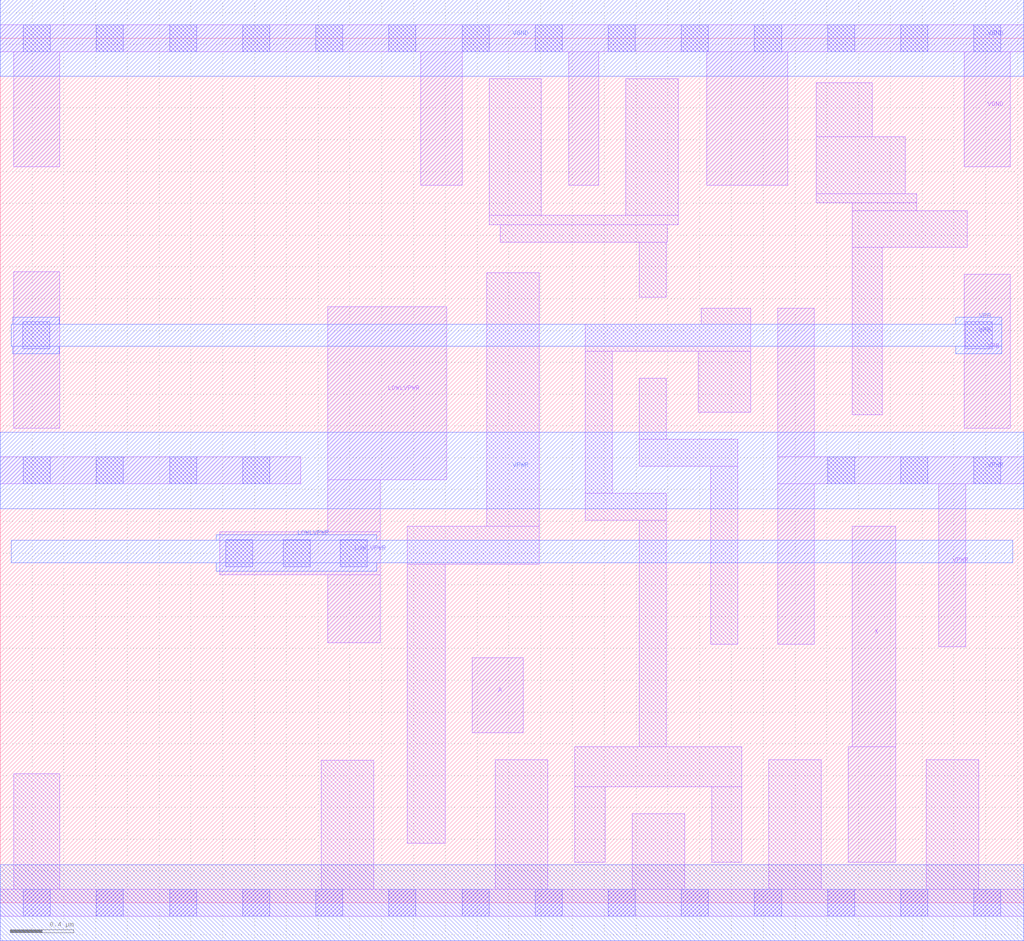
<source format=lef>
# Copyright 2020 The SkyWater PDK Authors
#
# Licensed under the Apache License, Version 2.0 (the "License");
# you may not use this file except in compliance with the License.
# You may obtain a copy of the License at
#
#     https://www.apache.org/licenses/LICENSE-2.0
#
# Unless required by applicable law or agreed to in writing, software
# distributed under the License is distributed on an "AS IS" BASIS,
# WITHOUT WARRANTIES OR CONDITIONS OF ANY KIND, either express or implied.
# See the License for the specific language governing permissions and
# limitations under the License.
#
# SPDX-License-Identifier: Apache-2.0

VERSION 5.7 ;
  NAMESCASESENSITIVE ON ;
  NOWIREEXTENSIONATPIN ON ;
  DIVIDERCHAR "/" ;
  BUSBITCHARS "[]" ;
UNITS
  DATABASE MICRONS 200 ;
END UNITS
MACRO sky130_fd_sc_hd__lpflow_lsbuf_lh_isowell_tap_2
  CLASS CORE ;
  SOURCE USER ;
  FOREIGN sky130_fd_sc_hd__lpflow_lsbuf_lh_isowell_tap_2 ;
  ORIGIN  0.000000  0.000000 ;
  SIZE  6.440000 BY  5.440000 ;
  SYMMETRY X Y R90 ;
  SITE unithd ;
  PIN A
    ANTENNAGATEAREA  0.603000 ;
    DIRECTION INPUT ;
    USE SIGNAL ;
    PORT
      LAYER li1 ;
        RECT 2.970000 1.070000 3.290000 1.540000 ;
    END
  END A
  PIN VPB
    ANTENNADIFFAREA  0.297500 ;
    PORT
      LAYER li1 ;
        RECT 0.085000 2.985000 0.375000 3.970000 ;
        RECT 6.065000 2.985000 6.355000 3.955000 ;
      LAYER mcon ;
        RECT 0.140000 3.485000 0.310000 3.655000 ;
        RECT 6.070000 3.485000 6.240000 3.655000 ;
      LAYER met1 ;
        RECT 0.070000 3.500000 6.300000 3.640000 ;
        RECT 0.080000 3.455000 0.370000 3.500000 ;
        RECT 0.080000 3.640000 0.370000 3.685000 ;
        RECT 6.010000 3.455000 6.300000 3.500000 ;
        RECT 6.010000 3.640000 6.300000 3.685000 ;
    END
  END VPB
  PIN X
    ANTENNADIFFAREA  0.610500 ;
    DIRECTION OUTPUT ;
    USE SIGNAL ;
    PORT
      LAYER li1 ;
        RECT 5.335000 0.255000 5.635000 0.980000 ;
        RECT 5.360000 0.980000 5.635000 2.370000 ;
    END
  END X
  PIN LOWLVPWR
    DIRECTION INOUT ;
    SHAPE ABUTMENT ;
    USE POWER ;
    PORT
      LAYER li1 ;
        RECT 1.380000 2.065000 2.390000 2.335000 ;
        RECT 2.060000 1.635000 2.390000 2.065000 ;
        RECT 2.060000 2.335000 2.390000 2.660000 ;
        RECT 2.060000 2.660000 2.810000 3.750000 ;
      LAYER mcon ;
        RECT 1.420000 2.115000 1.590000 2.285000 ;
        RECT 1.780000 2.115000 1.950000 2.285000 ;
        RECT 2.140000 2.115000 2.310000 2.285000 ;
      LAYER met1 ;
        RECT 0.070000 2.140000 6.370000 2.280000 ;
        RECT 1.360000 2.085000 2.370000 2.140000 ;
        RECT 1.360000 2.280000 2.370000 2.315000 ;
    END
  END LOWLVPWR
  PIN VGND
    DIRECTION INOUT ;
    SHAPE ABUTMENT ;
    USE GROUND ;
    PORT
      LAYER li1 ;
        RECT 0.000000 5.355000 6.440000 5.525000 ;
        RECT 0.085000 4.630000 0.375000 5.355000 ;
        RECT 2.645000 4.515000 2.905000 5.355000 ;
        RECT 3.575000 4.515000 3.765000 5.355000 ;
        RECT 4.445000 4.515000 4.955000 5.355000 ;
        RECT 6.065000 4.630000 6.355000 5.355000 ;
      LAYER mcon ;
        RECT 0.145000 5.355000 0.315000 5.525000 ;
        RECT 0.605000 5.355000 0.775000 5.525000 ;
        RECT 1.065000 5.355000 1.235000 5.525000 ;
        RECT 1.525000 5.355000 1.695000 5.525000 ;
        RECT 1.985000 5.355000 2.155000 5.525000 ;
        RECT 2.445000 5.355000 2.615000 5.525000 ;
        RECT 2.905000 5.355000 3.075000 5.525000 ;
        RECT 3.365000 5.355000 3.535000 5.525000 ;
        RECT 3.825000 5.355000 3.995000 5.525000 ;
        RECT 4.285000 5.355000 4.455000 5.525000 ;
        RECT 4.745000 5.355000 4.915000 5.525000 ;
        RECT 5.205000 5.355000 5.375000 5.525000 ;
        RECT 5.665000 5.355000 5.835000 5.525000 ;
        RECT 6.125000 5.355000 6.295000 5.525000 ;
      LAYER met1 ;
        RECT 0.000000 5.200000 6.440000 5.680000 ;
    END
  END VGND
  PIN VPWR
    DIRECTION INOUT ;
    SHAPE ABUTMENT ;
    USE POWER ;
    PORT
      LAYER li1 ;
        RECT 0.000000 2.635000 1.890000 2.805000 ;
        RECT 4.890000 1.625000 5.120000 2.635000 ;
        RECT 4.890000 2.635000 6.440000 2.805000 ;
        RECT 4.890000 2.805000 5.120000 3.740000 ;
        RECT 5.905000 1.610000 6.075000 2.635000 ;
      LAYER mcon ;
        RECT 0.145000 2.635000 0.315000 2.805000 ;
        RECT 0.605000 2.635000 0.775000 2.805000 ;
        RECT 1.065000 2.635000 1.235000 2.805000 ;
        RECT 1.525000 2.635000 1.695000 2.805000 ;
        RECT 5.205000 2.635000 5.375000 2.805000 ;
        RECT 5.665000 2.635000 5.835000 2.805000 ;
        RECT 6.125000 2.635000 6.295000 2.805000 ;
      LAYER met1 ;
        RECT 0.000000 2.480000 6.440000 2.960000 ;
    END
  END VPWR
  OBS
    LAYER li1 ;
      RECT 0.000000 -0.085000 6.440000 0.085000 ;
      RECT 0.085000  0.085000 0.375000 0.810000 ;
      RECT 2.020000  0.085000 2.350000 0.895000 ;
      RECT 2.560000  0.375000 2.800000 2.130000 ;
      RECT 2.560000  2.130000 3.390000 2.370000 ;
      RECT 3.060000  2.370000 3.390000 3.965000 ;
      RECT 3.075000  4.265000 4.265000 4.325000 ;
      RECT 3.075000  4.325000 3.405000 5.185000 ;
      RECT 3.115000  0.085000 3.445000 0.900000 ;
      RECT 3.145000  4.155000 4.195000 4.265000 ;
      RECT 3.615000  0.255000 3.805000 0.730000 ;
      RECT 3.615000  0.730000 4.665000 0.980000 ;
      RECT 3.680000  2.405000 4.190000 2.575000 ;
      RECT 3.680000  2.575000 3.850000 3.470000 ;
      RECT 3.680000  3.470000 4.720000 3.640000 ;
      RECT 3.935000  4.325000 4.265000 5.185000 ;
      RECT 3.975000  0.085000 4.305000 0.560000 ;
      RECT 4.020000  0.980000 4.190000 2.405000 ;
      RECT 4.020000  2.745000 4.640000 2.915000 ;
      RECT 4.020000  2.915000 4.190000 3.300000 ;
      RECT 4.020000  3.810000 4.190000 4.155000 ;
      RECT 4.390000  3.085000 4.720000 3.470000 ;
      RECT 4.410000  3.640000 4.720000 3.740000 ;
      RECT 4.470000  1.625000 4.640000 2.745000 ;
      RECT 4.475000  0.255000 4.665000 0.730000 ;
      RECT 4.835000  0.085000 5.165000 0.900000 ;
      RECT 5.135000  4.405000 5.765000 4.460000 ;
      RECT 5.135000  4.460000 5.695000 4.820000 ;
      RECT 5.135000  4.820000 5.485000 5.160000 ;
      RECT 5.360000  3.070000 5.550000 4.125000 ;
      RECT 5.360000  4.125000 6.085000 4.355000 ;
      RECT 5.360000  4.355000 5.765000 4.405000 ;
      RECT 5.825000  0.085000 6.155000 0.900000 ;
    LAYER mcon ;
      RECT 0.145000 -0.085000 0.315000 0.085000 ;
      RECT 0.605000 -0.085000 0.775000 0.085000 ;
      RECT 1.065000 -0.085000 1.235000 0.085000 ;
      RECT 1.525000 -0.085000 1.695000 0.085000 ;
      RECT 1.985000 -0.085000 2.155000 0.085000 ;
      RECT 2.445000 -0.085000 2.615000 0.085000 ;
      RECT 2.905000 -0.085000 3.075000 0.085000 ;
      RECT 3.365000 -0.085000 3.535000 0.085000 ;
      RECT 3.825000 -0.085000 3.995000 0.085000 ;
      RECT 4.285000 -0.085000 4.455000 0.085000 ;
      RECT 4.745000 -0.085000 4.915000 0.085000 ;
      RECT 5.205000 -0.085000 5.375000 0.085000 ;
      RECT 5.665000 -0.085000 5.835000 0.085000 ;
      RECT 6.125000 -0.085000 6.295000 0.085000 ;
    LAYER met1 ;
      RECT 0.000000 -0.240000 6.440000 0.240000 ;
  END
END sky130_fd_sc_hd__lpflow_lsbuf_lh_isowell_tap_2

</source>
